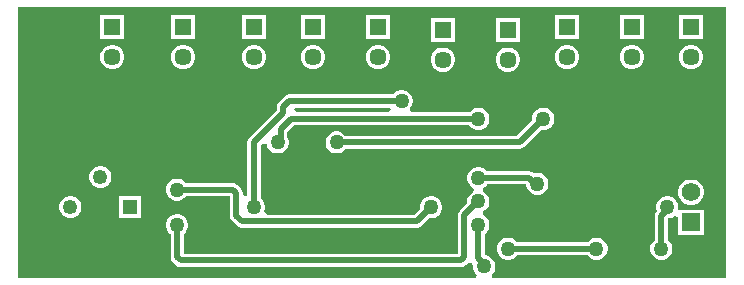
<source format=gbl>
G04*
G04 #@! TF.GenerationSoftware,Altium Limited,Altium Designer,24.5.2 (23)*
G04*
G04 Layer_Physical_Order=2*
G04 Layer_Color=16711680*
%FSLAX44Y44*%
%MOMM*%
G71*
G04*
G04 #@! TF.SameCoordinates,DE00AD7B-9573-4419-8703-1480E7219BD1*
G04*
G04*
G04 #@! TF.FilePolarity,Positive*
G04*
G01*
G75*
%ADD24C,1.5700*%
%ADD25R,1.5700X1.5700*%
%ADD26R,1.4500X1.4500*%
%ADD27C,1.4500*%
%ADD28R,1.2500X1.2500*%
%ADD29C,1.2500*%
%ADD31C,0.5000*%
%ADD32C,1.2700*%
G36*
X600000Y0D02*
X402302D01*
X401674Y1013D01*
X401223Y3000D01*
X402482Y4259D01*
X403713Y6391D01*
X404350Y8769D01*
Y11231D01*
X403713Y13609D01*
X402482Y15741D01*
X400741Y17482D01*
X398609Y18713D01*
X396231Y19350D01*
X395664D01*
X395608Y19406D01*
Y37441D01*
X395741Y37518D01*
X397482Y39259D01*
X398713Y41391D01*
X399350Y43769D01*
Y46231D01*
X398713Y48609D01*
X397482Y50741D01*
X395741Y52482D01*
X394238Y53350D01*
X393921Y54830D01*
Y55170D01*
X394238Y56650D01*
X395741Y57518D01*
X397482Y59259D01*
X398713Y61391D01*
X399350Y63769D01*
Y66231D01*
X398713Y68609D01*
X397482Y70741D01*
X395741Y72482D01*
X394238Y73350D01*
X393921Y74830D01*
Y75170D01*
X394238Y76650D01*
X395741Y77518D01*
X397482Y79259D01*
X397559Y79392D01*
X430594D01*
X430650Y79336D01*
Y78769D01*
X431287Y76391D01*
X432518Y74259D01*
X434259Y72518D01*
X436391Y71287D01*
X438769Y70650D01*
X441231D01*
X443609Y71287D01*
X445741Y72518D01*
X447482Y74259D01*
X448713Y76391D01*
X449350Y78769D01*
Y81231D01*
X448713Y83609D01*
X447482Y85741D01*
X445741Y87482D01*
X443609Y88713D01*
X441231Y89350D01*
X438769D01*
X436977Y88870D01*
X436882Y88965D01*
X435062Y90181D01*
X432916Y90608D01*
X397559D01*
X397482Y90741D01*
X395741Y92482D01*
X393609Y93713D01*
X391231Y94350D01*
X388769D01*
X386391Y93713D01*
X384259Y92482D01*
X382518Y90741D01*
X381287Y88609D01*
X380650Y86231D01*
Y83769D01*
X381287Y81391D01*
X382518Y79259D01*
X384259Y77518D01*
X385762Y76650D01*
X386079Y75170D01*
Y74830D01*
X385762Y73350D01*
X384259Y72482D01*
X382518Y70741D01*
X381287Y68609D01*
X380650Y66231D01*
Y63769D01*
X380690Y63620D01*
X374185Y57115D01*
X372969Y55296D01*
X372542Y53150D01*
Y20608D01*
X140608D01*
Y37441D01*
X140741Y37518D01*
X142482Y39259D01*
X143713Y41391D01*
X144350Y43769D01*
Y46231D01*
X143713Y48609D01*
X142482Y50741D01*
X140741Y52482D01*
X138609Y53713D01*
X136231Y54350D01*
X133769D01*
X131391Y53713D01*
X129259Y52482D01*
X127518Y50741D01*
X126287Y48609D01*
X125650Y46231D01*
Y43769D01*
X126287Y41391D01*
X127518Y39259D01*
X129259Y37518D01*
X129392Y37441D01*
Y17929D01*
X129819Y15783D01*
X131035Y13964D01*
X133964Y11035D01*
X135783Y9819D01*
X137929Y9392D01*
X375221D01*
X377367Y9819D01*
X379186Y11035D01*
X380843Y12691D01*
X384421Y12558D01*
X384642Y12423D01*
X385650Y11231D01*
Y8769D01*
X386287Y6391D01*
X387518Y4259D01*
X388777Y3000D01*
X388326Y1013D01*
X387698Y0D01*
X0D01*
Y230000D01*
X600000D01*
Y0D01*
D02*
G37*
%LPC*%
G36*
X580250Y222950D02*
X559750D01*
Y202450D01*
X580250D01*
Y222950D01*
D02*
G37*
G36*
X530250D02*
X509750D01*
Y202450D01*
X530250D01*
Y222950D01*
D02*
G37*
G36*
X475250D02*
X454750D01*
Y202450D01*
X475250D01*
Y222950D01*
D02*
G37*
G36*
X315250D02*
X294750D01*
Y202450D01*
X315250D01*
Y222950D01*
D02*
G37*
G36*
X260250D02*
X239750D01*
Y202450D01*
X260250D01*
Y222950D01*
D02*
G37*
G36*
X210250D02*
X189750D01*
Y202450D01*
X210250D01*
Y222950D01*
D02*
G37*
G36*
X150250D02*
X129750D01*
Y202450D01*
X150250D01*
Y222950D01*
D02*
G37*
G36*
X90250D02*
X69750D01*
Y202450D01*
X90250D01*
Y222950D01*
D02*
G37*
G36*
X425250Y220650D02*
X404750D01*
Y200150D01*
X425250D01*
Y220650D01*
D02*
G37*
G36*
X370250D02*
X349750D01*
Y200150D01*
X370250D01*
Y220650D01*
D02*
G37*
G36*
X571349Y197550D02*
X568651D01*
X566044Y196852D01*
X563706Y195502D01*
X561798Y193594D01*
X560448Y191256D01*
X559750Y188649D01*
Y185951D01*
X560448Y183344D01*
X561798Y181006D01*
X563706Y179098D01*
X566044Y177749D01*
X568651Y177050D01*
X571349D01*
X573956Y177749D01*
X576294Y179098D01*
X578202Y181006D01*
X579552Y183344D01*
X580250Y185951D01*
Y188649D01*
X579552Y191256D01*
X578202Y193594D01*
X576294Y195502D01*
X573956Y196852D01*
X571349Y197550D01*
D02*
G37*
G36*
X521349D02*
X518651D01*
X516044Y196852D01*
X513706Y195502D01*
X511798Y193594D01*
X510448Y191256D01*
X509750Y188649D01*
Y185951D01*
X510448Y183344D01*
X511798Y181006D01*
X513706Y179098D01*
X516044Y177749D01*
X518651Y177050D01*
X521349D01*
X523956Y177749D01*
X526294Y179098D01*
X528202Y181006D01*
X529552Y183344D01*
X530250Y185951D01*
Y188649D01*
X529552Y191256D01*
X528202Y193594D01*
X526294Y195502D01*
X523956Y196852D01*
X521349Y197550D01*
D02*
G37*
G36*
X466349D02*
X463651D01*
X461044Y196852D01*
X458706Y195502D01*
X456798Y193594D01*
X455448Y191256D01*
X454750Y188649D01*
Y185951D01*
X455448Y183344D01*
X456798Y181006D01*
X458706Y179098D01*
X461044Y177749D01*
X463651Y177050D01*
X466349D01*
X468956Y177749D01*
X471294Y179098D01*
X473202Y181006D01*
X474552Y183344D01*
X475250Y185951D01*
Y188649D01*
X474552Y191256D01*
X473202Y193594D01*
X471294Y195502D01*
X468956Y196852D01*
X466349Y197550D01*
D02*
G37*
G36*
X306349D02*
X303651D01*
X301044Y196852D01*
X298706Y195502D01*
X296798Y193594D01*
X295448Y191256D01*
X294750Y188649D01*
Y185951D01*
X295448Y183344D01*
X296798Y181006D01*
X298706Y179098D01*
X301044Y177749D01*
X303651Y177050D01*
X306349D01*
X308956Y177749D01*
X311294Y179098D01*
X313202Y181006D01*
X314552Y183344D01*
X315250Y185951D01*
Y188649D01*
X314552Y191256D01*
X313202Y193594D01*
X311294Y195502D01*
X308956Y196852D01*
X306349Y197550D01*
D02*
G37*
G36*
X251349D02*
X248651D01*
X246044Y196852D01*
X243706Y195502D01*
X241798Y193594D01*
X240448Y191256D01*
X239750Y188649D01*
Y185951D01*
X240448Y183344D01*
X241798Y181006D01*
X243706Y179098D01*
X246044Y177749D01*
X248651Y177050D01*
X251349D01*
X253956Y177749D01*
X256294Y179098D01*
X258202Y181006D01*
X259552Y183344D01*
X260250Y185951D01*
Y188649D01*
X259552Y191256D01*
X258202Y193594D01*
X256294Y195502D01*
X253956Y196852D01*
X251349Y197550D01*
D02*
G37*
G36*
X201349D02*
X198651D01*
X196044Y196852D01*
X193706Y195502D01*
X191798Y193594D01*
X190448Y191256D01*
X189750Y188649D01*
Y185951D01*
X190448Y183344D01*
X191798Y181006D01*
X193706Y179098D01*
X196044Y177749D01*
X198651Y177050D01*
X201349D01*
X203956Y177749D01*
X206294Y179098D01*
X208202Y181006D01*
X209552Y183344D01*
X210250Y185951D01*
Y188649D01*
X209552Y191256D01*
X208202Y193594D01*
X206294Y195502D01*
X203956Y196852D01*
X201349Y197550D01*
D02*
G37*
G36*
X141349D02*
X138651D01*
X136044Y196852D01*
X133706Y195502D01*
X131798Y193594D01*
X130449Y191256D01*
X129750Y188649D01*
Y185951D01*
X130449Y183344D01*
X131798Y181006D01*
X133706Y179098D01*
X136044Y177749D01*
X138651Y177050D01*
X141349D01*
X143956Y177749D01*
X146294Y179098D01*
X148202Y181006D01*
X149551Y183344D01*
X150250Y185951D01*
Y188649D01*
X149551Y191256D01*
X148202Y193594D01*
X146294Y195502D01*
X143956Y196852D01*
X141349Y197550D01*
D02*
G37*
G36*
X81349D02*
X78651D01*
X76044Y196852D01*
X73706Y195502D01*
X71798Y193594D01*
X70448Y191256D01*
X69750Y188649D01*
Y185951D01*
X70448Y183344D01*
X71798Y181006D01*
X73706Y179098D01*
X76044Y177749D01*
X78651Y177050D01*
X81349D01*
X83956Y177749D01*
X86294Y179098D01*
X88202Y181006D01*
X89551Y183344D01*
X90250Y185951D01*
Y188649D01*
X89551Y191256D01*
X88202Y193594D01*
X86294Y195502D01*
X83956Y196852D01*
X81349Y197550D01*
D02*
G37*
G36*
X416349Y195250D02*
X413651D01*
X411044Y194552D01*
X408706Y193202D01*
X406798Y191294D01*
X405448Y188956D01*
X404750Y186349D01*
Y183651D01*
X405448Y181044D01*
X406798Y178706D01*
X408706Y176798D01*
X411044Y175448D01*
X413651Y174750D01*
X416349D01*
X418956Y175448D01*
X421294Y176798D01*
X423202Y178706D01*
X424552Y181044D01*
X425250Y183651D01*
Y186349D01*
X424552Y188956D01*
X423202Y191294D01*
X421294Y193202D01*
X418956Y194552D01*
X416349Y195250D01*
D02*
G37*
G36*
X361349D02*
X358651D01*
X356044Y194552D01*
X353706Y193202D01*
X351798Y191294D01*
X350448Y188956D01*
X349750Y186349D01*
Y183651D01*
X350448Y181044D01*
X351798Y178706D01*
X353706Y176798D01*
X356044Y175448D01*
X358651Y174750D01*
X361349D01*
X363956Y175448D01*
X366294Y176798D01*
X368202Y178706D01*
X369552Y181044D01*
X370250Y183651D01*
Y186349D01*
X369552Y188956D01*
X368202Y191294D01*
X366294Y193202D01*
X363956Y194552D01*
X361349Y195250D01*
D02*
G37*
G36*
X446231Y144350D02*
X443769D01*
X441391Y143713D01*
X439259Y142482D01*
X437518Y140741D01*
X436287Y138609D01*
X435650Y136231D01*
Y133769D01*
X435690Y133620D01*
X422677Y120608D01*
X277559D01*
X277482Y120741D01*
X275741Y122482D01*
X273609Y123713D01*
X271231Y124350D01*
X268769D01*
X266391Y123713D01*
X264259Y122482D01*
X262518Y120741D01*
X261287Y118609D01*
X260650Y116231D01*
Y113769D01*
X261287Y111391D01*
X262518Y109259D01*
X264259Y107518D01*
X266391Y106287D01*
X268769Y105650D01*
X271231D01*
X273609Y106287D01*
X275741Y107518D01*
X277482Y109259D01*
X277559Y109392D01*
X425000D01*
X427146Y109819D01*
X428965Y111035D01*
X443620Y125690D01*
X443769Y125650D01*
X446231D01*
X448609Y126287D01*
X450741Y127518D01*
X452482Y129259D01*
X453713Y131391D01*
X454350Y133769D01*
Y136231D01*
X453713Y138609D01*
X452482Y140741D01*
X450741Y142482D01*
X448609Y143713D01*
X446231Y144350D01*
D02*
G37*
G36*
X326231Y159350D02*
X323769D01*
X321391Y158713D01*
X319259Y157482D01*
X317518Y155741D01*
X317441Y155608D01*
X230000D01*
X227854Y155181D01*
X226035Y153965D01*
X221035Y148965D01*
X219819Y147146D01*
X219392Y145000D01*
Y142323D01*
X196035Y118965D01*
X194819Y117146D01*
X194392Y115000D01*
Y69753D01*
X193608Y69229D01*
X190608Y70832D01*
Y72071D01*
X190181Y74217D01*
X188965Y76036D01*
X186036Y78965D01*
X184217Y80181D01*
X182071Y80608D01*
X142559D01*
X142482Y80741D01*
X140741Y82482D01*
X138609Y83713D01*
X136231Y84350D01*
X133769D01*
X131391Y83713D01*
X129259Y82482D01*
X127518Y80741D01*
X126287Y78609D01*
X125650Y76231D01*
Y73769D01*
X126287Y71391D01*
X127518Y69259D01*
X129259Y67518D01*
X131391Y66287D01*
X133769Y65650D01*
X136231D01*
X138609Y66287D01*
X140741Y67518D01*
X142482Y69259D01*
X142559Y69392D01*
X179392D01*
Y52929D01*
X179819Y50783D01*
X181035Y48964D01*
X185814Y44185D01*
X187633Y42969D01*
X189779Y42542D01*
X338150D01*
X340296Y42969D01*
X342115Y44185D01*
X348620Y50690D01*
X348769Y50650D01*
X351231D01*
X353609Y51287D01*
X355741Y52518D01*
X357482Y54259D01*
X358713Y56391D01*
X359350Y58769D01*
Y61231D01*
X358713Y63609D01*
X357482Y65741D01*
X355741Y67482D01*
X353609Y68713D01*
X351231Y69350D01*
X348769D01*
X346391Y68713D01*
X344259Y67482D01*
X342518Y65741D01*
X341287Y63609D01*
X340650Y61231D01*
Y58769D01*
X340690Y58620D01*
X335827Y53758D01*
X210657D01*
X209198Y55733D01*
X208811Y56758D01*
X209350Y58769D01*
Y61231D01*
X208713Y63609D01*
X207482Y65741D01*
X205741Y67482D01*
X205608Y67559D01*
Y112677D01*
X207650Y114719D01*
X209916Y114002D01*
X210712Y113539D01*
X211287Y111391D01*
X212518Y109259D01*
X214259Y107518D01*
X216391Y106287D01*
X218769Y105650D01*
X221231D01*
X223609Y106287D01*
X225741Y107518D01*
X227482Y109259D01*
X228713Y111391D01*
X229350Y113769D01*
Y116231D01*
X228713Y118609D01*
X228216Y119469D01*
X228271Y119747D01*
Y124027D01*
X233636Y129392D01*
X382441D01*
X382518Y129259D01*
X384259Y127518D01*
X386391Y126287D01*
X388769Y125650D01*
X391231D01*
X393609Y126287D01*
X395741Y127518D01*
X397482Y129259D01*
X398713Y131391D01*
X399350Y133769D01*
Y136231D01*
X398713Y138609D01*
X397482Y140741D01*
X395741Y142482D01*
X393609Y143713D01*
X391231Y144350D01*
X388769D01*
X386391Y143713D01*
X384259Y142482D01*
X382518Y140741D01*
X382441Y140608D01*
X333073D01*
X331831Y143608D01*
X332482Y144259D01*
X333713Y146391D01*
X334350Y148769D01*
Y151231D01*
X333713Y153609D01*
X332482Y155741D01*
X330741Y157482D01*
X328609Y158713D01*
X326231Y159350D01*
D02*
G37*
G36*
X71218Y94800D02*
X68782D01*
X66430Y94170D01*
X64320Y92952D01*
X62598Y91230D01*
X61380Y89120D01*
X60750Y86768D01*
Y84332D01*
X61380Y81980D01*
X62598Y79870D01*
X64320Y78148D01*
X66430Y76930D01*
X68782Y76300D01*
X71218D01*
X73570Y76930D01*
X75680Y78148D01*
X77402Y79870D01*
X78620Y81980D01*
X79250Y84332D01*
Y86768D01*
X78620Y89120D01*
X77402Y91230D01*
X75680Y92952D01*
X73570Y94170D01*
X71218Y94800D01*
D02*
G37*
G36*
X571428Y83550D02*
X568572D01*
X565812Y82811D01*
X563338Y81382D01*
X561318Y79362D01*
X559889Y76888D01*
X559150Y74128D01*
Y71272D01*
X559889Y68512D01*
X561318Y66038D01*
X563338Y64018D01*
X565812Y62589D01*
X568572Y61850D01*
X571428D01*
X574188Y62589D01*
X576662Y64018D01*
X578682Y66038D01*
X580111Y68512D01*
X580850Y71272D01*
Y74128D01*
X580111Y76888D01*
X578682Y79362D01*
X576662Y81382D01*
X574188Y82811D01*
X571428Y83550D01*
D02*
G37*
G36*
X104650Y69400D02*
X86150D01*
Y50900D01*
X104650D01*
Y69400D01*
D02*
G37*
G36*
X45818D02*
X43382D01*
X41030Y68770D01*
X38920Y67552D01*
X37198Y65830D01*
X35980Y63720D01*
X35350Y61368D01*
Y58932D01*
X35980Y56580D01*
X37198Y54470D01*
X38920Y52748D01*
X41030Y51530D01*
X43382Y50900D01*
X45818D01*
X48170Y51530D01*
X50280Y52748D01*
X52002Y54470D01*
X53220Y56580D01*
X53850Y58932D01*
Y61368D01*
X53220Y63720D01*
X52002Y65830D01*
X50280Y67552D01*
X48170Y68770D01*
X45818Y69400D01*
D02*
G37*
G36*
X551231Y69350D02*
X548769D01*
X546391Y68713D01*
X544259Y67482D01*
X542518Y65741D01*
X541287Y63609D01*
X540650Y61231D01*
Y58769D01*
X541130Y56977D01*
X541035Y56882D01*
X539819Y55062D01*
X539392Y52916D01*
Y32559D01*
X539259Y32482D01*
X537518Y30741D01*
X536287Y28609D01*
X535650Y26231D01*
Y23769D01*
X536287Y21391D01*
X537518Y19259D01*
X539259Y17518D01*
X541391Y16287D01*
X543769Y15650D01*
X546231D01*
X548609Y16287D01*
X550741Y17518D01*
X552482Y19259D01*
X553713Y21391D01*
X554350Y23769D01*
Y26231D01*
X553713Y28609D01*
X552482Y30741D01*
X550741Y32482D01*
X550608Y32559D01*
Y50594D01*
X550664Y50650D01*
X551231D01*
X553609Y51287D01*
X555741Y52518D01*
X556150Y52927D01*
X559150Y51684D01*
Y36450D01*
X580850D01*
Y58150D01*
X561929D01*
X559825Y58150D01*
X559350Y58769D01*
X559350Y61231D01*
X558713Y63609D01*
X557482Y65741D01*
X555741Y67482D01*
X553609Y68713D01*
X551231Y69350D01*
D02*
G37*
G36*
X491231Y34350D02*
X488769D01*
X486391Y33713D01*
X484259Y32482D01*
X482518Y30741D01*
X482441Y30608D01*
X422559D01*
X422482Y30741D01*
X420741Y32482D01*
X418609Y33713D01*
X416231Y34350D01*
X413769D01*
X411391Y33713D01*
X409259Y32482D01*
X407518Y30741D01*
X406287Y28609D01*
X405650Y26231D01*
Y23769D01*
X406287Y21391D01*
X407518Y19259D01*
X409259Y17518D01*
X411391Y16287D01*
X413769Y15650D01*
X416231D01*
X418609Y16287D01*
X420741Y17518D01*
X422482Y19259D01*
X422559Y19392D01*
X482441D01*
X482518Y19259D01*
X484259Y17518D01*
X486391Y16287D01*
X488769Y15650D01*
X491231D01*
X493609Y16287D01*
X495741Y17518D01*
X497482Y19259D01*
X498713Y21391D01*
X499350Y23769D01*
Y26231D01*
X498713Y28609D01*
X497482Y30741D01*
X495741Y32482D01*
X493609Y33713D01*
X491231Y34350D01*
D02*
G37*
%LPD*%
G36*
X315771Y143608D02*
X314168Y140608D01*
X235540D01*
X233936Y143608D01*
X234461Y144392D01*
X315247D01*
X315771Y143608D01*
D02*
G37*
D24*
X570000Y72700D02*
D03*
D25*
Y47300D02*
D03*
D26*
X140000Y212700D02*
D03*
X570000D02*
D03*
X415000Y210400D02*
D03*
X520000Y212700D02*
D03*
X465000D02*
D03*
X360000Y210400D02*
D03*
X305000Y212700D02*
D03*
X250000D02*
D03*
X200000D02*
D03*
X80000D02*
D03*
D27*
X140000Y187300D02*
D03*
X570000D02*
D03*
X415000Y185000D02*
D03*
X520000Y187300D02*
D03*
X465000D02*
D03*
X360000Y185000D02*
D03*
X305000Y187300D02*
D03*
X250000D02*
D03*
X200000D02*
D03*
X80000D02*
D03*
D28*
X95400Y60150D02*
D03*
D29*
X44600D02*
D03*
X70000Y85550D02*
D03*
D31*
X220000Y115000D02*
Y117084D01*
X222664Y119747D01*
Y126350D01*
X231314Y135000D01*
X545000Y52916D02*
X550000Y57916D01*
X545000Y25000D02*
Y52916D01*
X550000Y57916D02*
Y60000D01*
X270000Y115000D02*
X425000D01*
X445000Y135000D01*
X378150Y53150D02*
X390000Y65000D01*
X378150Y17929D02*
Y53150D01*
X432916Y85000D02*
X437916Y80000D01*
X390000Y85000D02*
X432916D01*
X437916Y80000D02*
X440000D01*
X338150Y48150D02*
X350000Y60000D01*
X189779Y48150D02*
X338150D01*
X137929Y15000D02*
X375221D01*
X390000Y17084D02*
X395000Y12084D01*
Y10000D02*
Y12084D01*
X375221Y15000D02*
X378150Y17929D01*
X390000Y17084D02*
Y45000D01*
X135000Y17929D02*
X137929Y15000D01*
X135000Y17929D02*
Y45000D01*
X185000Y52929D02*
Y72071D01*
Y52929D02*
X189779Y48150D01*
X182071Y75000D02*
X185000Y72071D01*
X135000Y75000D02*
X182071D01*
X415000Y25000D02*
X490000D01*
X225000Y145000D02*
X230000Y150000D01*
X325000D01*
X225000Y140000D02*
Y145000D01*
X200000Y115000D02*
X225000Y140000D01*
X231314Y135000D02*
X390000D01*
X200000Y60000D02*
Y115000D01*
D32*
X350000Y60000D02*
D03*
X390000Y85000D02*
D03*
X220000Y115000D02*
D03*
X550000Y60000D02*
D03*
X270000Y115000D02*
D03*
X390000Y65000D02*
D03*
Y45000D02*
D03*
X135000D02*
D03*
Y75000D02*
D03*
X395000Y10000D02*
D03*
X440000Y80000D02*
D03*
X545000Y25000D02*
D03*
X490000D02*
D03*
X415000D02*
D03*
X325000Y150000D02*
D03*
X200000Y60000D02*
D03*
X445000Y135000D02*
D03*
X390000D02*
D03*
M02*

</source>
